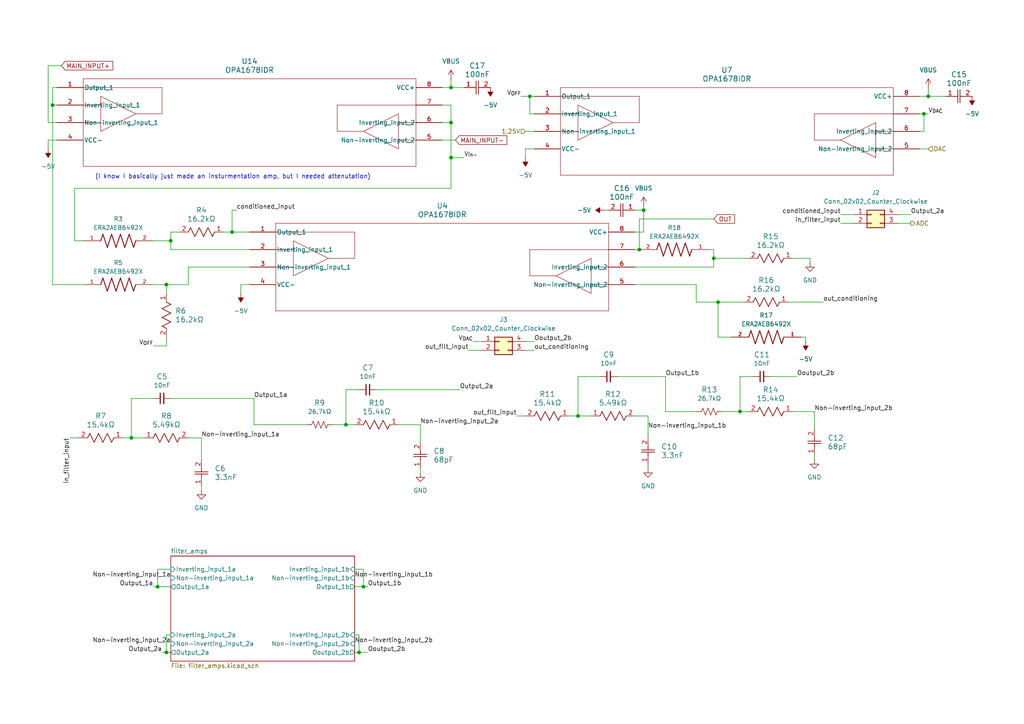
<source format=kicad_sch>
(kicad_sch (version 20231120) (generator "eeschema") (generator_version "8.0")
  (paper "A4")
  (lib_symbols
    (symbol "CMPE2750:0402WGF3832TCE" (pin_numbers hide) (pin_names (offset 0))
      (property "Reference" "R" (at 2.54 0 90))
      (property "Value" "38.3kΩ" (at -2.54 0 90))
      (symbol "0402WGF3832TCE_0_1"
        (polyline (pts (xy 0 -2.286) (xy 0 -2.54)))
        (polyline (pts (xy 0 2.286) (xy 0 2.54)))
        (polyline (pts (xy 0 -0.762) (xy 1.016 -1.143) (xy 0 -1.524) (xy -1.016 -1.905) (xy 0 -2.286)))
        (polyline (pts (xy 0 0.762) (xy 1.016 0.381) (xy 0 0) (xy -1.016 -0.381) (xy 0 -0.762)))
        (polyline (pts (xy 0 2.286) (xy 1.016 1.905) (xy 0 1.524) (xy -1.016 1.143) (xy 0 0.762)))
      )
      (symbol "0402WGF3832TCE_1_1"
        (pin passive line (at 0 3.81 270) (length 1.27) (name "~") (number "1"))
        (pin passive line (at 0 -3.81 90) (length 1.27) (name "~") (number "2"))
      )
    )
    (symbol "CMPE2750:1206N332F500CT" (pin_names (offset 0.254))
      (property "Reference" "C" (at 3.81 3.81 0))
      (property "Value" "3.3nF 1206N332F500CT" (at 3.81 -3.81 0))
      (symbol "1206N332F500CT_1_1"
        (polyline (pts (xy 2.54 0) (xy 3.4798 0)) (stroke (width 0.2032)))
        (polyline (pts (xy 3.4798 -1.905) (xy 3.4798 1.905)) (stroke (width 0.2032)))
        (polyline (pts (xy 4.1148 -1.905) (xy 4.1148 1.905)) (stroke (width 0.2032)))
        (polyline (pts (xy 4.1148 0) (xy 5.08 0)) (stroke (width 0.2032)))
        (pin passive line (at 0 0 0) (length 2.54) (name "") (number "1"))
        (pin passive line (at 7.62 0 180) (length 2.54) (name "") (number "2"))
      )
      (symbol "1206N332F500CT_1_2"
        (polyline (pts (xy -1.905 -4.1148) (xy 1.905 -4.1148)) (stroke (width 0.2032)))
        (polyline (pts (xy -1.905 -3.4798) (xy 1.905 -3.4798)) (stroke (width 0.2032)))
        (polyline (pts (xy 0 -4.1148) (xy 0 -5.08)) (stroke (width 0.2032)))
        (polyline (pts (xy 0 -2.54) (xy 0 -3.4798)) (stroke (width 0.2032)))
        (pin unspecified line (at 0 0 270) (length 2.54) (name "") (number "1"))
        (pin unspecified line (at 0 -7.62 90) (length 2.54) (name "") (number "2"))
      )
    )
    (symbol "CMPE2750:CC1206FRNPO9BN681" (pin_names (offset 0.254))
      (property "Reference" "C" (at 3.81 3.81 0))
      (property "Value" "680pF CC1206FRNPO9BN681" (at 3.81 -3.81 0))
      (symbol "CC1206FRNPO9BN681_1_1"
        (polyline (pts (xy 2.54 0) (xy 3.4798 0)) (stroke (width 0.2032)))
        (polyline (pts (xy 3.4798 -1.905) (xy 3.4798 1.905)) (stroke (width 0.2032)))
        (polyline (pts (xy 4.1148 -1.905) (xy 4.1148 1.905)) (stroke (width 0.2032)))
        (polyline (pts (xy 4.1148 0) (xy 5.08 0)) (stroke (width 0.2032)))
        (pin unspecified line (at 0 0 0) (length 2.54) (name "") (number "1"))
        (pin unspecified line (at 7.62 0 180) (length 2.54) (name "") (number "2"))
      )
      (symbol "CC1206FRNPO9BN681_1_2"
        (polyline (pts (xy -1.905 -4.1148) (xy 1.905 -4.1148)) (stroke (width 0.2032)))
        (polyline (pts (xy -1.905 -3.4798) (xy 1.905 -3.4798)) (stroke (width 0.2032)))
        (polyline (pts (xy 0 -4.1148) (xy 0 -5.08)) (stroke (width 0.2032)))
        (polyline (pts (xy 0 -2.54) (xy 0 -3.4798)) (stroke (width 0.2032)))
        (pin unspecified line (at 0 0 270) (length 2.54) (name "") (number "1"))
        (pin unspecified line (at 0 -7.62 90) (length 2.54) (name "") (number "2"))
      )
    )
    (symbol "CMPE2750:CL05B104KP5NNNC" (pin_names (offset 0.254))
      (property "Reference" "C" (at 3.81 3.81 0))
      (property "Value" "100nF" (at 3.81 -3.81 0))
      (symbol "CL05B104KP5NNNC_1_1"
        (polyline (pts (xy 2.54 0) (xy 3.4798 0)) (stroke (width 0.2032)))
        (polyline (pts (xy 3.4798 -1.905) (xy 3.4798 1.905)) (stroke (width 0.2032)))
        (polyline (pts (xy 4.1148 -1.905) (xy 4.1148 1.905)) (stroke (width 0.2032)))
        (polyline (pts (xy 4.1148 0) (xy 5.08 0)) (stroke (width 0.2032)))
        (pin passive line (at 0 0 0) (length 2.54) (name "") (number "1"))
        (pin passive line (at 7.62 0 180) (length 2.54) (name "") (number "2"))
      )
      (symbol "CL05B104KP5NNNC_1_2"
        (polyline (pts (xy -1.905 -4.1148) (xy 1.905 -4.1148)) (stroke (width 0.2032)))
        (polyline (pts (xy -1.905 -3.4798) (xy 1.905 -3.4798)) (stroke (width 0.2032)))
        (polyline (pts (xy 0 -4.1148) (xy 0 -5.08)) (stroke (width 0.2032)))
        (polyline (pts (xy 0 -2.54) (xy 0 -3.4798)) (stroke (width 0.2032)))
        (pin unspecified line (at 0 0 270) (length 2.54) (name "") (number "1"))
        (pin unspecified line (at 0 -7.62 90) (length 2.54) (name "") (number "2"))
      )
    )
    (symbol "CMPE2750:ERA2AEB6492X" (pin_names (offset 1.016))
      (property "Reference" "R" (at -7.624 2.541 0))
      (property "Value" "ERA2AEB6492X" (at -7.624 -5.087 0))
      (symbol "ERA2AEB6492X_0_0"
        (polyline (pts (xy -5.08 0) (xy -4.445 1.905)) (stroke (width 0.254)))
        (polyline (pts (xy -4.445 1.905) (xy -3.175 -1.905)) (stroke (width 0.254)))
        (polyline (pts (xy -3.175 -1.905) (xy -1.905 1.905)) (stroke (width 0.254)))
        (polyline (pts (xy -1.905 1.905) (xy -0.635 -1.905)) (stroke (width 0.254)))
        (polyline (pts (xy -0.635 -1.905) (xy 0.635 1.905)) (stroke (width 0.254)))
        (polyline (pts (xy 0.635 1.905) (xy 1.905 -1.905)) (stroke (width 0.254)))
        (polyline (pts (xy 1.905 -1.905) (xy 3.175 1.905)) (stroke (width 0.254)))
        (polyline (pts (xy 3.175 1.905) (xy 4.445 -1.905)) (stroke (width 0.254)))
        (polyline (pts (xy 4.445 -1.905) (xy 5.08 0)) (stroke (width 0.254)))
        (pin passive line (at -10.16 0 0) (length 5.08) (name "~") (number "1"))
        (pin passive line (at 10.16 0 180) (length 5.08) (name "~") (number "2"))
      )
    )
    (symbol "CMPE2750:GRM2195C1H103FA01D" (pin_numbers hide) (pin_names (offset 0.254) hide)
      (property "Reference" "C" (at 0.254 1.778 0))
      (property "Value" "10nF" (at 0.254 -2.032 0))
      (symbol "GRM2195C1H103FA01D_0_1"
        (polyline (pts (xy -1.524 -0.508) (xy 1.524 -0.508)) (stroke (width 0.3302)))
        (polyline (pts (xy -1.524 0.508) (xy 1.524 0.508)) (stroke (width 0.3048)))
      )
      (symbol "GRM2195C1H103FA01D_1_1"
        (pin passive line (at 0 2.54 270) (length 2.032) (name "~") (number "1"))
        (pin passive line (at 0 -2.54 90) (length 2.032) (name "~") (number "2"))
      )
    )
    (symbol "CMPE2750:OPA1678IDR" (pin_names (offset 0.254))
      (property "Reference" "U" (at 55.88 10.16 0))
      (property "Value" "LM833DT" (at 55.88 7.62 0))
      (symbol "OPA1678IDR_0_1"
        (polyline (pts (xy 7.62 -20.32) (xy 104.14 -20.32)) (stroke (width 0.127)))
        (polyline (pts (xy 7.62 -2.54) (xy 12.7 -2.54)) (stroke (width 0.127)))
        (polyline (pts (xy 7.62 2.54) (xy 30.48 2.54)) (stroke (width 0.127)))
        (polyline (pts (xy 7.62 5.08) (xy 7.62 -20.32)) (stroke (width 0.127)))
        (polyline (pts (xy 12.7 -10.16) (xy 22.86 -5.08)) (stroke (width 0.127)))
        (polyline (pts (xy 12.7 -7.62) (xy 7.62 -7.62)) (stroke (width 0.127)))
        (polyline (pts (xy 12.7 0) (xy 12.7 -10.16)) (stroke (width 0.127)))
        (polyline (pts (xy 22.86 -5.08) (xy 12.7 0)) (stroke (width 0.127)))
        (polyline (pts (xy 22.86 -5.08) (xy 25.4 -5.08)) (stroke (width 0.127)))
        (polyline (pts (xy 30.48 -5.08) (xy 25.4 -5.08)) (stroke (width 0.127)))
        (polyline (pts (xy 30.48 2.54) (xy 30.48 -5.08)) (stroke (width 0.127)))
        (polyline (pts (xy 81.28 -10.16) (xy 86.36 -10.16)) (stroke (width 0.127)))
        (polyline (pts (xy 81.28 -2.54) (xy 81.28 -10.16)) (stroke (width 0.127)))
        (polyline (pts (xy 88.9 -10.16) (xy 86.36 -10.16)) (stroke (width 0.127)))
        (polyline (pts (xy 88.9 -10.16) (xy 99.06 -5.08)) (stroke (width 0.127)))
        (polyline (pts (xy 99.06 -15.24) (xy 88.9 -10.16)) (stroke (width 0.127)))
        (polyline (pts (xy 99.06 -7.62) (xy 104.14 -7.62)) (stroke (width 0.127)))
        (polyline (pts (xy 99.06 -5.08) (xy 99.06 -15.24)) (stroke (width 0.127)))
        (polyline (pts (xy 104.14 -20.32) (xy 104.14 5.08)) (stroke (width 0.127)))
        (polyline (pts (xy 104.14 -12.7) (xy 99.06 -12.7)) (stroke (width 0.127)))
        (polyline (pts (xy 104.14 -2.54) (xy 81.28 -2.54)) (stroke (width 0.127)))
        (polyline (pts (xy 104.14 5.08) (xy 7.62 5.08)) (stroke (width 0.127)))
        (pin output line (at 0 2.54 0) (length 7.62) (name "Output_1") (number "1"))
        (pin input line (at 0 -2.54 0) (length 7.62) (name "Inverting_input_1") (number "2"))
        (pin input line (at 0 -7.62 0) (length 7.62) (name "Non-inverting_input_1") (number "3"))
        (pin power_in line (at 0 -12.7 0) (length 7.62) (name "VCC-") (number "4"))
        (pin input line (at 111.76 -12.7 180) (length 7.62) (name "Non-inverting_input_2") (number "5"))
        (pin input line (at 111.76 -7.62 180) (length 7.62) (name "Inverting_input_2") (number "6"))
        (pin output line (at 111.76 -2.54 180) (length 7.62) (name "") (number "7"))
        (pin power_in line (at 111.76 2.54 180) (length 7.62) (name "VCC+") (number "8"))
      )
    )
    (symbol "CMPE2750:RT0402BRD0716K2L" (pin_names (offset 0.254))
      (property "Reference" "R" (at 5.715 3.81 0))
      (property "Value" "RT0402BRD0716K2L" (at 6.35 -3.81 0))
      (symbol "RT0402BRD0716K2L_1_1"
        (polyline (pts (xy 2.54 0) (xy 3.175 1.27)) (stroke (width 0.2032)))
        (polyline (pts (xy 3.175 1.27) (xy 4.445 -1.27)) (stroke (width 0.2032)))
        (polyline (pts (xy 4.445 -1.27) (xy 5.715 1.27)) (stroke (width 0.2032)))
        (polyline (pts (xy 5.715 1.27) (xy 6.985 -1.27)) (stroke (width 0.2032)))
        (polyline (pts (xy 6.985 -1.27) (xy 8.255 1.27)) (stroke (width 0.2032)))
        (polyline (pts (xy 8.255 1.27) (xy 9.525 -1.27)) (stroke (width 0.2032)))
        (polyline (pts (xy 9.525 -1.27) (xy 10.16 0)) (stroke (width 0.2032)))
        (pin passive line (at 12.7 0 180) (length 2.54) (name "") (number "1"))
        (pin passive line (at 0 0 0) (length 2.54) (name "") (number "2"))
      )
      (symbol "RT0402BRD0716K2L_1_2"
        (polyline (pts (xy -1.27 3.175) (xy 1.27 4.445)) (stroke (width 0.2032)))
        (polyline (pts (xy -1.27 5.715) (xy 1.27 6.985)) (stroke (width 0.2032)))
        (polyline (pts (xy -1.27 8.255) (xy 1.27 9.525)) (stroke (width 0.2032)))
        (polyline (pts (xy 0 2.54) (xy -1.27 3.175)) (stroke (width 0.2032)))
        (polyline (pts (xy 1.27 4.445) (xy -1.27 5.715)) (stroke (width 0.2032)))
        (polyline (pts (xy 1.27 6.985) (xy -1.27 8.255)) (stroke (width 0.2032)))
        (polyline (pts (xy 1.27 9.525) (xy 0 10.16)) (stroke (width 0.2032)))
        (pin unspecified line (at 0 12.7 270) (length 2.54) (name "") (number "1"))
        (pin unspecified line (at 0 0 90) (length 2.54) (name "") (number "2"))
      )
    )
    (symbol "CMPE2750:RT0402BRD077K87L" (pin_names (offset 0.254))
      (property "Reference" "R" (at 5.715 3.81 0))
      (property "Value" "RT0402BRD077K87L" (at 6.35 -3.81 0))
      (symbol "RT0402BRD077K87L_1_1"
        (polyline (pts (xy 2.54 0) (xy 3.175 1.27)) (stroke (width 0.2032)))
        (polyline (pts (xy 3.175 1.27) (xy 4.445 -1.27)) (stroke (width 0.2032)))
        (polyline (pts (xy 4.445 -1.27) (xy 5.715 1.27)) (stroke (width 0.2032)))
        (polyline (pts (xy 5.715 1.27) (xy 6.985 -1.27)) (stroke (width 0.2032)))
        (polyline (pts (xy 6.985 -1.27) (xy 8.255 1.27)) (stroke (width 0.2032)))
        (polyline (pts (xy 8.255 1.27) (xy 9.525 -1.27)) (stroke (width 0.2032)))
        (polyline (pts (xy 9.525 -1.27) (xy 10.16 0)) (stroke (width 0.2032)))
        (pin unspecified line (at 12.7 0 180) (length 2.54) (name "") (number "1"))
        (pin unspecified line (at 0 0 0) (length 2.54) (name "") (number "2"))
      )
      (symbol "RT0402BRD077K87L_1_2"
        (polyline (pts (xy -1.27 3.175) (xy 1.27 4.445)) (stroke (width 0.2032)))
        (polyline (pts (xy -1.27 5.715) (xy 1.27 6.985)) (stroke (width 0.2032)))
        (polyline (pts (xy -1.27 8.255) (xy 1.27 9.525)) (stroke (width 0.2032)))
        (polyline (pts (xy 0 2.54) (xy -1.27 3.175)) (stroke (width 0.2032)))
        (polyline (pts (xy 1.27 4.445) (xy -1.27 5.715)) (stroke (width 0.2032)))
        (polyline (pts (xy 1.27 6.985) (xy -1.27 8.255)) (stroke (width 0.2032)))
        (polyline (pts (xy 1.27 9.525) (xy 0 10.16)) (stroke (width 0.2032)))
        (pin unspecified line (at 0 12.7 270) (length 2.54) (name "") (number "1"))
        (pin unspecified line (at 0 0 90) (length 2.54) (name "") (number "2"))
      )
    )
    (symbol "CMPE2750:RT0603BRD0722K1L" (pin_names (offset 0.254))
      (property "Reference" "R" (at 5.715 3.81 0))
      (property "Value" "RT0603BRD0722K1L" (at 6.35 -3.81 0))
      (symbol "RT0603BRD0722K1L_1_1"
        (polyline (pts (xy 2.54 0) (xy 3.175 1.27)) (stroke (width 0.2032)))
        (polyline (pts (xy 3.175 1.27) (xy 4.445 -1.27)) (stroke (width 0.2032)))
        (polyline (pts (xy 4.445 -1.27) (xy 5.715 1.27)) (stroke (width 0.2032)))
        (polyline (pts (xy 5.715 1.27) (xy 6.985 -1.27)) (stroke (width 0.2032)))
        (polyline (pts (xy 6.985 -1.27) (xy 8.255 1.27)) (stroke (width 0.2032)))
        (polyline (pts (xy 8.255 1.27) (xy 9.525 -1.27)) (stroke (width 0.2032)))
        (polyline (pts (xy 9.525 -1.27) (xy 10.16 0)) (stroke (width 0.2032)))
        (pin passive line (at 12.7 0 180) (length 2.54) (name "") (number "1"))
        (pin passive line (at 0 0 0) (length 2.54) (name "") (number "2"))
      )
      (symbol "RT0603BRD0722K1L_1_2"
        (polyline (pts (xy -1.27 3.175) (xy 1.27 4.445)) (stroke (width 0.2032)))
        (polyline (pts (xy -1.27 5.715) (xy 1.27 6.985)) (stroke (width 0.2032)))
        (polyline (pts (xy -1.27 8.255) (xy 1.27 9.525)) (stroke (width 0.2032)))
        (polyline (pts (xy 0 2.54) (xy -1.27 3.175)) (stroke (width 0.2032)))
        (polyline (pts (xy 1.27 4.445) (xy -1.27 5.715)) (stroke (width 0.2032)))
        (polyline (pts (xy 1.27 6.985) (xy -1.27 8.255)) (stroke (width 0.2032)))
        (polyline (pts (xy 1.27 9.525) (xy 0 10.16)) (stroke (width 0.2032)))
        (pin unspecified line (at 0 12.7 270) (length 2.54) (name "") (number "1"))
        (pin unspecified line (at 0 0 90) (length 2.54) (name "") (number "2"))
      )
    )
    (symbol "Connector_Generic:Conn_02x02_Counter_Clockwise" (pin_names (offset 1.016) hide)
      (property "Reference" "J" (at 1.27 2.54 0))
      (property "Value" "Conn_02x02_Counter_Clockwise" (at 1.27 -5.08 0))
      (symbol "Conn_02x02_Counter_Clockwise_1_1"
        (rectangle (start -1.27 -2.413) (end 0 -2.667) (stroke (width 0.1524)))
        (rectangle (start -1.27 0.127) (end 0 -0.127) (stroke (width 0.1524)))
        (rectangle (start -1.27 1.27) (end 3.81 -3.81) (stroke (width 0.254)) (fill (type background)))
        (rectangle (start 3.81 -2.413) (end 2.54 -2.667) (stroke (width 0.1524)))
        (rectangle (start 3.81 0.127) (end 2.54 -0.127) (stroke (width 0.1524)))
        (pin passive line (at -5.08 0 0) (length 3.81) (name "Pin_1") (number "1"))
        (pin passive line (at -5.08 -2.54 0) (length 3.81) (name "Pin_2") (number "2"))
        (pin passive line (at 7.62 -2.54 180) (length 3.81) (name "Pin_3") (number "3"))
        (pin passive line (at 7.62 0 180) (length 3.81) (name "Pin_4") (number "4"))
      )
    )
    (symbol "power:-5V" (power) (pin_numbers hide) (pin_names (offset 0) hide)
      (property "Value" "-5V" (at 0 3.556 0))
      (symbol "-5V_0_0"
        (pin power_in line (at 0 0 90) (length 0) (name "~") (number "1"))
      )
      (symbol "-5V_0_1"
        (polyline (pts (xy 0 0) (xy 0 1.27) (xy 0.762 1.27) (xy 0 2.54) (xy -0.762 1.27) (xy 0 1.27)) (fill (type outline)))
      )
    )
    (symbol "power:GND" (power) (pin_numbers hide) (pin_names (offset 0) hide)
      (property "Value" "GND" (at 0 -3.81 0))
      (symbol "GND_0_1"
        (polyline (pts (xy 0 0) (xy 0 -1.27) (xy 1.27 -1.27) (xy 0 -2.54) (xy -1.27 -1.27) (xy 0 -1.27)))
      )
      (symbol "GND_1_1"
        (pin power_in line (at 0 0 270) (length 0) (name "~") (number "1"))
      )
    )
    (symbol "power:VBUS" (power) (pin_numbers hide) (pin_names (offset 0) hide)
      (property "Value" "VBUS" (at 0 3.556 0))
      (symbol "VBUS_0_1"
        (polyline (pts (xy -0.762 1.27) (xy 0 2.54)))
        (polyline (pts (xy 0 0) (xy 0 2.54)))
        (polyline (pts (xy 0 2.54) (xy 0.762 1.27)))
      )
      (symbol "VBUS_1_1"
        (pin power_in line (at 0 0 90) (length 0) (name "~") (number "1"))
      )
    )
  )
  (junction (at 45.72 170.18))
  (junction (at 48.26 189.23))
  (junction (at 130.81 45.72))
  (junction (at 208.28 87.63))
  (junction (at 100.33 123.19))
  (junction (at 153.67 27.94))
  (junction (at 49.53 69.85))
  (junction (at 130.81 25.4))
  (junction (at 185.42 72.39))
  (junction (at 186.69 60.96))
  (junction (at 104.14 189.23))
  (junction (at 48.26 82.55))
  (junction (at 214.63 119.38))
  (junction (at 67.31 67.31))
  (junction (at 130.81 35.56))
  (junction (at 15.24 30.48))
  (junction (at 207.01 74.93))
  (junction (at 105.41 170.18))
  (junction (at 269.24 27.94))
  (junction (at 38.1 127))
  (junction (at 267.97 33.02))
  (junction (at 167.64 120.65))
  (wire (pts (xy 152.4 38.1) (xy 154.94 38.1)))
  (wire (pts (xy 73.66 123.19) (xy 73.66 115.57)))
  (wire (pts (xy 128.27 40.64) (xy 132.08 40.64)))
  (wire (pts (xy 96.52 123.19) (xy 100.33 123.19)))
  (wire (pts (xy 38.1 115.57) (xy 44.45 115.57)))
  (wire (pts (xy 102.87 165.1) (xy 105.41 165.1)))
  (wire (pts (xy 69.85 82.55) (xy 69.85 85.09)))
  (wire (pts (xy 38.1 127) (xy 41.91 127)))
  (wire (pts (xy 72.39 77.47) (xy 54.61 77.47)))
  (wire (pts (xy 15.24 82.55) (xy 24.13 82.55)))
  (wire (pts (xy 260.35 64.77) (xy 264.16 64.77)))
  (wire (pts (xy 243.84 62.23) (xy 247.65 62.23)))
  (wire (pts (xy 236.22 119.38) (xy 236.22 124.46)))
  (wire (pts (xy 266.7 43.18) (xy 269.24 43.18)))
  (wire (pts (xy 13.97 35.56) (xy 16.51 35.56)))
  (wire (pts (xy 45.72 170.18) (xy 49.53 170.18)))
  (wire (pts (xy 186.69 60.96) (xy 186.69 67.31)))
  (wire (pts (xy 165.1 120.65) (xy 167.64 120.65)))
  (wire (pts (xy 13.97 40.64) (xy 13.97 43.18)))
  (wire (pts (xy 130.81 25.4) (xy 134.62 25.4)))
  (wire (pts (xy 45.72 165.1) (xy 45.72 170.18)))
  (wire (pts (xy 48.26 100.33) (xy 48.26 97.79)))
  (wire (pts (xy 58.42 127) (xy 58.42 133.35)))
  (wire (pts (xy 21.59 69.85) (xy 24.13 69.85)))
  (wire (pts (xy 208.28 87.63) (xy 208.28 97.79)))
  (wire (pts (xy 100.33 113.03) (xy 100.33 123.19)))
  (wire (pts (xy 68.58 60.96) (xy 67.31 60.96)))
  (wire (pts (xy 15.24 30.48) (xy 15.24 82.55)))
  (wire (pts (xy 207.01 72.39) (xy 207.01 74.93)))
  (wire (pts (xy 207.01 63.5) (xy 185.42 63.5)))
  (wire (pts (xy 154.94 33.02) (xy 153.67 33.02)))
  (wire (pts (xy 115.57 123.19) (xy 121.92 123.19)))
  (wire (pts (xy 185.42 63.5) (xy 185.42 72.39)))
  (wire (pts (xy 49.53 67.31) (xy 49.53 69.85)))
  (wire (pts (xy 152.4 101.6) (xy 154.94 101.6)))
  (wire (pts (xy 16.51 40.64) (xy 13.97 40.64)))
  (wire (pts (xy 233.68 99.06) (xy 233.68 97.79)))
  (wire (pts (xy 130.81 35.56) (xy 130.81 45.72)))
  (wire (pts (xy 13.97 19.05) (xy 13.97 35.56)))
  (wire (pts (xy 49.53 69.85) (xy 49.53 72.39)))
  (wire (pts (xy 48.26 85.09) (xy 48.26 82.55)))
  (wire (pts (xy 207.01 74.93) (xy 207.01 77.47)))
  (wire (pts (xy 15.24 30.48) (xy 16.51 30.48)))
  (wire (pts (xy 208.28 87.63) (xy 215.9 87.63)))
  (wire (pts (xy 201.93 82.55) (xy 201.93 87.63)))
  (wire (pts (xy 44.45 100.33) (xy 48.26 100.33)))
  (wire (pts (xy 105.41 170.18) (xy 102.87 170.18)))
  (wire (pts (xy 233.68 97.79) (xy 232.41 97.79)))
  (wire (pts (xy 105.41 165.1) (xy 105.41 170.18)))
  (wire (pts (xy 102.87 184.15) (xy 104.14 184.15)))
  (wire (pts (xy 152.4 99.06) (xy 154.94 99.06)))
  (wire (pts (xy 100.33 113.03) (xy 104.14 113.03)))
  (wire (pts (xy 269.24 27.94) (xy 274.32 27.94)))
  (wire (pts (xy 100.33 123.19) (xy 102.87 123.19)))
  (wire (pts (xy 167.64 109.22) (xy 167.64 120.65)))
  (wire (pts (xy 73.66 123.19) (xy 88.9 123.19)))
  (wire (pts (xy 121.92 137.16) (xy 121.92 135.89)))
  (wire (pts (xy 153.67 27.94) (xy 154.94 27.94)))
  (wire (pts (xy 67.31 60.96) (xy 67.31 67.31)))
  (wire (pts (xy 54.61 82.55) (xy 48.26 82.55)))
  (wire (pts (xy 17.78 19.05) (xy 13.97 19.05)))
  (wire (pts (xy 15.24 25.4) (xy 15.24 30.48)))
  (wire (pts (xy 167.64 109.22) (xy 173.99 109.22)))
  (wire (pts (xy 130.81 22.86) (xy 130.81 25.4)))
  (wire (pts (xy 193.04 119.38) (xy 201.93 119.38)))
  (wire (pts (xy 48.26 184.15) (xy 48.26 189.23)))
  (wire (pts (xy 21.59 54.61) (xy 21.59 69.85)))
  (wire (pts (xy 214.63 109.22) (xy 214.63 119.38)))
  (wire (pts (xy 212.09 97.79) (xy 208.28 97.79)))
  (wire (pts (xy 184.15 82.55) (xy 201.93 82.55)))
  (wire (pts (xy 187.96 135.89) (xy 187.96 134.62)))
  (wire (pts (xy 267.97 38.1) (xy 267.97 33.02)))
  (wire (pts (xy 186.69 59.69) (xy 186.69 60.96)))
  (wire (pts (xy 49.53 115.57) (xy 73.66 115.57)))
  (wire (pts (xy 121.92 128.27) (xy 121.92 123.19)))
  (wire (pts (xy 179.07 109.22) (xy 193.04 109.22)))
  (wire (pts (xy 151.13 27.94) (xy 153.67 27.94)))
  (wire (pts (xy 243.84 64.77) (xy 247.65 64.77)))
  (wire (pts (xy 106.68 189.23) (xy 104.14 189.23)))
  (wire (pts (xy 58.42 142.24) (xy 58.42 140.97)))
  (wire (pts (xy 229.87 74.93) (xy 234.95 74.93)))
  (wire (pts (xy 106.68 170.18) (xy 105.41 170.18)))
  (wire (pts (xy 187.96 120.65) (xy 187.96 127)))
  (wire (pts (xy 58.42 127) (xy 54.61 127)))
  (wire (pts (xy 228.6 87.63) (xy 238.76 87.63)))
  (wire (pts (xy 44.45 170.18) (xy 45.72 170.18)))
  (wire (pts (xy 234.95 74.93) (xy 234.95 76.2)))
  (wire (pts (xy 184.15 60.96) (xy 186.69 60.96)))
  (wire (pts (xy 260.35 62.23) (xy 264.16 62.23)))
  (wire (pts (xy 72.39 82.55) (xy 69.85 82.55)))
  (wire (pts (xy 214.63 109.22) (xy 218.44 109.22)))
  (wire (pts (xy 207.01 74.93) (xy 217.17 74.93)))
  (wire (pts (xy 267.97 33.02) (xy 269.24 33.02)))
  (wire (pts (xy 269.24 25.4) (xy 269.24 27.94)))
  (wire (pts (xy 193.04 119.38) (xy 193.04 109.22)))
  (wire (pts (xy 104.14 184.15) (xy 104.14 189.23)))
  (wire (pts (xy 109.22 113.03) (xy 133.35 113.03)))
  (wire (pts (xy 207.01 77.47) (xy 184.15 77.47)))
  (wire (pts (xy 128.27 30.48) (xy 130.81 30.48)))
  (wire (pts (xy 236.22 133.35) (xy 236.22 132.08)))
  (wire (pts (xy 67.31 67.31) (xy 72.39 67.31)))
  (wire (pts (xy 130.81 45.72) (xy 130.81 54.61)))
  (wire (pts (xy 236.22 119.38) (xy 229.87 119.38)))
  (wire (pts (xy 167.64 120.65) (xy 171.45 120.65)))
  (wire (pts (xy 49.53 184.15) (xy 48.26 184.15)))
  (wire (pts (xy 52.07 67.31) (xy 49.53 67.31)))
  (wire (pts (xy 135.89 101.6) (xy 139.7 101.6)))
  (wire (pts (xy 49.53 165.1) (xy 45.72 165.1)))
  (wire (pts (xy 184.15 72.39) (xy 185.42 72.39)))
  (wire (pts (xy 130.81 45.72) (xy 134.62 45.72)))
  (wire (pts (xy 205.74 72.39) (xy 207.01 72.39)))
  (wire (pts (xy 38.1 115.57) (xy 38.1 127)))
  (wire (pts (xy 214.63 119.38) (xy 217.17 119.38)))
  (wire (pts (xy 269.24 27.94) (xy 266.7 27.94)))
  (wire (pts (xy 48.26 189.23) (xy 49.53 189.23)))
  (wire (pts (xy 201.93 87.63) (xy 208.28 87.63)))
  (wire (pts (xy 266.7 33.02) (xy 267.97 33.02)))
  (wire (pts (xy 16.51 25.4) (xy 15.24 25.4)))
  (wire (pts (xy 35.56 127) (xy 38.1 127)))
  (wire (pts (xy 154.94 43.18) (xy 152.4 43.18)))
  (wire (pts (xy 48.26 82.55) (xy 44.45 82.55)))
  (wire (pts (xy 128.27 35.56) (xy 130.81 35.56)))
  (wire (pts (xy 266.7 38.1) (xy 267.97 38.1)))
  (wire (pts (xy 223.52 109.22) (xy 231.14 109.22)))
  (wire (pts (xy 153.67 33.02) (xy 153.67 27.94)))
  (wire (pts (xy 54.61 77.47) (xy 54.61 82.55)))
  (wire (pts (xy 64.77 67.31) (xy 67.31 67.31)))
  (wire (pts (xy 176.53 60.96) (xy 175.26 60.96)))
  (wire (pts (xy 130.81 30.48) (xy 130.81 35.56)))
  (wire (pts (xy 137.16 99.06) (xy 139.7 99.06)))
  (wire (pts (xy 104.14 189.23) (xy 102.87 189.23)))
  (wire (pts (xy 152.4 43.18) (xy 152.4 45.72)))
  (wire (pts (xy 209.55 119.38) (xy 214.63 119.38)))
  (wire (pts (xy 46.99 189.23) (xy 48.26 189.23)))
  (wire (pts (xy 187.96 120.65) (xy 184.15 120.65)))
  (wire (pts (xy 49.53 72.39) (xy 72.39 72.39)))
  (wire (pts (xy 44.45 69.85) (xy 49.53 69.85)))
  (wire (pts (xy 128.27 25.4) (xy 130.81 25.4)))
  (wire (pts (xy 149.86 120.65) (xy 152.4 120.65)))
  (wire (pts (xy 130.81 54.61) (xy 21.59 54.61)))
  (wire (pts (xy 186.69 67.31) (xy 184.15 67.31)))
  (wire (pts (xy 20.32 127) (xy 22.86 127)))
  (text "(I know I basically just made an insturmentation amp, but I needed attenutation)" (at 67.564 51.308 0) (effects (font (size 1.27 1.27))))
  (label "Non-inverting_input_2b" (at 102.87 186.69 0))
  (label "Output_1b" (at 106.68 170.18 0))
  (label "Non-inverting_input_2a" (at 49.53 186.69 180))
  (label "Non-inverting_input_2a" (at 121.92 123.19 0))
  (label "conditioned_input" (at 68.58 60.96 0))
  (label "Output_2a" (at 264.16 62.23 0))
  (label "Output_1b" (at 193.04 109.22 0))
  (label "V_{DAC}" (at 269.24 33.02 0))
  (label "Ooutput_2b" (at 106.68 189.23 0))
  (label "V_{in-}" (at 134.62 45.72 0))
  (label "Non-inverting_input_1a" (at 58.42 127 0))
  (label "Output_1a" (at 73.66 115.57 0))
  (label "V_{OFF}" (at 151.13 27.94 180))
  (label "V_{OFF}" (at 44.45 100.33 180))
  (label "out_filt_input" (at 135.89 101.6 180))
  (label "out_conditioning" (at 238.76 87.63 0))
  (label "out_conditioning" (at 154.94 101.6 0))
  (label "out_filt_input" (at 149.86 120.65 180))
  (label "Non-inverting_input_1b" (at 187.96 124.46 0))
  (label "Non-inverting_input_1b" (at 102.87 167.64 0))
  (label "Non-inverting_input_2b" (at 236.22 119.38 0))
  (label "in_filter_input" (at 20.32 127 270))
  (label "Ooutput_2b" (at 154.94 99.06 0))
  (label "conditioned_input" (at 243.84 62.23 180))
  (label "Output_2a" (at 133.35 113.03 0))
  (label "V_{DAC}" (at 137.16 99.06 180))
  (label "Output_1a" (at 44.45 170.18 180))
  (label "Non-inverting_input_1a" (at 49.53 167.64 180))
  (label "Output_2a" (at 46.99 189.23 180))
  (label "Ooutput_2b" (at 231.14 109.22 0))
  (label "in_filter_input" (at 243.84 64.77 180))
  (global_label "OUT" (shape input) (at 207.01 63.5 0) (property "Intersheetrefs" "${INTERSHEET_REFS}" (effects (hide yes))))
  (global_label "MAIN_INPUT-" (shape input) (at 132.08 40.64 0) (property "Intersheetrefs" "${INTERSHEET_REFS}" (effects (hide yes))))
  (global_label "MAIN_INPUT+" (shape input) (at 17.78 19.05 0) (property "Intersheetrefs" "${INTERSHEET_REFS}" (effects (hide yes))))
  (hierarchical_label "ADC" (shape output) (at 264.16 64.77 0))
  (hierarchical_label "1.25V" (shape input) (at 152.4 38.1 180))
  (hierarchical_label "DAC" (shape input) (at 269.24 43.18 0))
  (symbol (lib_id "CMPE2750:GRM2195C1H103FA01D") (at 220.98 109.22 90) (unit 1)
    (property "Reference" "C11" (at 220.9863 102.87 90) (effects (font (size 1.524 1.524))))
    (property "Value" "10nF" (at 220.9863 105.41 90))
    (property "Footprint" "Capacitor_SMD:C_0805_2012Metric" (effects (hide yes)))
    (property "Datasheet" "GRM2195C1H103FA01D" (effects (hide yes)))
    (property "Description" "Unpolarized capacitor, small symbol" (effects (hide yes)))
  )
  (symbol (lib_id "power:GND") (at 121.92 137.16 0) (unit 1)
    (property "Reference" "#PWR015" (effects (hide yes)))
    (property "Value" "GND" (at 121.92 142.24 0))
    (property "Description" "Power symbol creates a global label with name \"GND\" , ground" (effects (hide yes)))
  )
  (symbol (lib_id "CMPE2750:ERA2AEB6492X") (at 34.29 69.85 0) (unit 1)
    (property "Reference" "R3" (at 34.29 63.5 0))
    (property "Value" "ERA2AEB6492X" (at 34.29 66.04 0))
    (property "Footprint" "Resistor_SMD:R_0402_1005Metric" (effects (hide yes)))
    (property "Datasheet" "ERA2AEB6492X" (effects (hide yes)))
    (property "PARTREV" "3/1/2020" (effects (hide yes)))
    (property "STANDARD" "Manufacturer Recommendations" (effects (hide yes)))
    (property "MAXIMUM_PACKAGE_HEIGHT" "0.35 mm" (effects (hide yes)))
    (property "MANUFACTURER" "Panasonic" (effects (hide yes)))
  )
  (symbol (lib_id "power:-5V") (at 175.26 60.96 90) (mirror x) (unit 1)
    (property "Reference" "#PWR0122" (effects (hide yes)))
    (property "Value" "-5V" (at 171.45 60.9599 90) (effects (justify left)))
    (property "Description" "Power symbol creates a global label with name \"-5V\"" (effects (hide yes)))
  )
  (symbol (lib_id "CMPE2750:RT0402BRD0716K2L") (at 217.17 74.93 0) (unit 1)
    (property "Reference" "R15" (at 223.52 68.58 0) (effects (font (size 1.524 1.524))))
    (property "Value" "16.2kΩ" (at 223.52 71.12 0) (effects (font (size 1.524 1.524))))
    (property "Footprint" "Resistor_SMD:R_0402_1005Metric" (effects (hide yes)))
    (property "Datasheet" "RT0402BRD0716K2L" (effects (hide yes)))
  )
  (symbol (lib_id "CMPE2750:RT0402BRD077K87L") (at 184.15 120.65 180) (unit 1)
    (property "Reference" "R12" (at 177.8 114.3 0) (effects (font (size 1.524 1.524))))
    (property "Value" "5.49kΩ" (at 177.8 116.84 0) (effects (font (size 1.524 1.524))))
    (property "Footprint" "Resistor_SMD:R_0402_1005Metric" (effects (hide yes)))
    (property "Datasheet" "ERA2AEB5491X" (effects (hide yes)))
  )
  (symbol (lib_id "CMPE2750:GRM2195C1H103FA01D") (at 46.99 115.57 90) (unit 1)
    (property "Reference" "C5" (at 46.9963 109.22 90) (effects (font (size 1.524 1.524))))
    (property "Value" "10nF" (at 46.9963 111.76 90))
    (property "Footprint" "Capacitor_SMD:C_0805_2012Metric" (effects (hide yes)))
    (property "Datasheet" "GRM2195C1H103FA01D" (effects (hide yes)))
    (property "Description" "Unpolarized capacitor, small symbol" (effects (hide yes)))
  )
  (symbol (lib_id "power:GND") (at 234.95 76.2 0) (mirror y) (unit 1)
    (property "Reference" "#PWR022" (effects (hide yes)))
    (property "Value" "GND" (at 234.95 81.28 0))
    (property "Description" "Power symbol creates a global label with name \"GND\" , ground" (effects (hide yes)))
  )
  (symbol (lib_id "CMPE2750:CL05B104KP5NNNC") (at 184.15 60.96 0) (mirror y) (unit 1)
    (property "Reference" "C16" (at 180.34 54.61 0) (effects (font (size 1.524 1.524))))
    (property "Value" "100nF" (at 180.34 57.15 0) (effects (font (size 1.524 1.524))))
    (property "Footprint" "Capacitor_SMD:C_0402_1005Metric" (effects (hide yes)))
    (property "Datasheet" "CL05B104KP5NNNC" (effects (hide yes)))
  )
  (symbol (lib_id "CMPE2750:RT0603BRD0722K1L") (at 217.17 119.38 0) (unit 1)
    (property "Reference" "R14" (at 223.52 113.03 0) (effects (font (size 1.524 1.524))))
    (property "Value" "15.4kΩ" (at 223.52 115.57 0) (effects (font (size 1.524 1.524))))
    (property "Footprint" "Resistor_SMD:R_0603_1608Metric" (effects (hide yes)))
    (property "Datasheet" "RT0603BRD0715K4L" (effects (hide yes)))
  )
  (symbol (lib_id "CMPE2750:0402WGF3832TCE") (at 205.74 119.38 90) (unit 1)
    (property "Reference" "R13" (at 205.74 113.03 90) (effects (font (size 1.524 1.524))))
    (property "Value" "26.7kΩ" (at 205.74 115.57 90))
    (property "Footprint" "Resistor_SMD:R_0603_1608Metric" (effects (hide yes)))
    (property "Datasheet" "RT0603BRD0726K7L" (effects (hide yes)))
    (property "Description" "Resistor, US symbol" (effects (hide yes)))
  )
  (symbol (lib_id "CMPE2750:RT0402BRD0716K2L") (at 48.26 97.79 90) (unit 1)
    (property "Reference" "R6" (at 50.8 90.1699 90) (effects (font (size 1.524 1.524)) (justify right)))
    (property "Value" "16.2kΩ" (at 50.8 92.7099 90) (effects (font (size 1.524 1.524)) (justify right)))
    (property "Footprint" "Resistor_SMD:R_0402_1005Metric" (effects (hide yes)))
    (property "Datasheet" "RT0402BRD0716K2L" (effects (hide yes)))
  )
  (symbol (lib_id "power:-5V") (at 152.4 45.72 180) (unit 1)
    (property "Reference" "#PWR021" (effects (hide yes)))
    (property "Value" "-5V" (at 152.4 50.8 0))
    (property "Description" "Power symbol creates a global label with name \"-5V\"" (effects (hide yes)))
  )
  (symbol (lib_id "CMPE2750:1206N332F500CT") (at 187.96 134.62 90) (unit 1)
    (property "Reference" "C10" (at 191.77 129.5399 90) (effects (font (size 1.524 1.524)) (justify right)))
    (property "Value" "3.3nF" (at 191.77 132.0799 90) (effects (font (size 1.524 1.524)) (justify right)))
    (property "Footprint" "Capacitor_SMD:C_1206_3216Metric" (effects (hide yes)))
    (property "Datasheet" "CC1206FKNPO8BN103" (effects (hide yes)))
  )
  (symbol (lib_id "CMPE2750:RT0603BRD0722K1L") (at 102.87 123.19 0) (unit 1)
    (property "Reference" "R10" (at 109.22 116.84 0) (effects (font (size 1.524 1.524))))
    (property "Value" "15.4kΩ" (at 109.22 119.38 0) (effects (font (size 1.524 1.524))))
    (property "Footprint" "Resistor_SMD:R_0603_1608Metric" (effects (hide yes)))
    (property "Datasheet" "RT0603BRD0715K4L" (effects (hide yes)))
  )
  (symbol (lib_id "CMPE2750:RT0603BRD0722K1L") (at 22.86 127 0) (unit 1)
    (property "Reference" "R7" (at 29.21 120.65 0) (effects (font (size 1.524 1.524))))
    (property "Value" "15.4kΩ" (at 29.21 123.19 0) (effects (font (size 1.524 1.524))))
    (property "Footprint" "Resistor_SMD:R_0603_1608Metric" (effects (hide yes)))
    (property "Datasheet" "RT0603BRD0715K4L" (effects (hide yes)))
  )
  (symbol (lib_id "CMPE2750:RT0402BRD0716K2L") (at 215.9 87.63 0) (unit 1)
    (property "Reference" "R16" (at 222.25 81.28 0) (effects (font (size 1.524 1.524))))
    (property "Value" "16.2kΩ" (at 222.25 83.82 0) (effects (font (size 1.524 1.524))))
    (property "Footprint" "Resistor_SMD:R_0402_1005Metric" (effects (hide yes)))
    (property "Datasheet" "RT0402BRD0716K2L" (effects (hide yes)))
  )
  (symbol (lib_id "CMPE2750:CC1206FRNPO9BN681") (at 121.92 135.89 90) (unit 1)
    (property "Reference" "C8" (at 125.73 130.8099 90) (effects (font (size 1.524 1.524)) (justify right)))
    (property "Value" "68pF" (at 125.73 133.3499 90) (effects (font (size 1.524 1.524)) (justify right)))
    (property "Footprint" "Capacitor_SMD:C_0402_1005Metric" (effects (hide yes)))
    (property "Datasheet" "GRM1555C1H680FA01D" (effects (hide yes)))
  )
  (symbol (lib_id "Connector_Generic:Conn_02x02_Counter_Clockwise") (at 252.73 62.23 0) (unit 1)
    (property "Reference" "J2" (at 254 55.88 0))
    (property "Value" "Conn_02x02_Counter_Clockwise" (at 254 58.42 0))
    (property "Footprint" "Connector_PinHeader_2.54mm:PinHeader_2x02_P2.54mm_Vertical" (effects (hide yes)))
    (property "Description" "Generic connector, double row, 02x02, counter clockwise pin numbering scheme (similar to DIP package numbering), script generated (kicad-library-utils/schlib/autogen/connector/)" (effects (hide yes)))
  )
  (symbol (lib_id "CMPE2750:ERA2AEB6492X") (at 34.29 82.55 0) (unit 1)
    (property "Reference" "R5" (at 34.29 76.2 0))
    (property "Value" "ERA2AEB6492X" (at 34.29 78.74 0))
    (property "Footprint" "Resistor_SMD:R_0402_1005Metric" (effects (hide yes)))
    (property "Datasheet" "ERA2AEB6492X" (effects (hide yes)))
    (property "PARTREV" "3/1/2020" (effects (hide yes)))
    (property "STANDARD" "Manufacturer Recommendations" (effects (hide yes)))
    (property "MAXIMUM_PACKAGE_HEIGHT" "0.35 mm" (effects (hide yes)))
    (property "MANUFACTURER" "Panasonic" (effects (hide yes)))
  )
  (symbol (lib_id "power:VBUS") (at 130.81 22.86 0) (unit 1)
    (property "Reference" "#PWR0117" (effects (hide yes)))
    (property "Value" "VBUS" (at 130.81 17.78 0))
    (property "Description" "Power symbol creates a global label with name \"VBUS\"" (effects (hide yes)))
  )
  (symbol (lib_id "CMPE2750:RT0603BRD0722K1L") (at 152.4 120.65 0) (unit 1)
    (property "Reference" "R11" (at 158.75 114.3 0) (effects (font (size 1.524 1.524))))
    (property "Value" "15.4kΩ" (at 158.75 116.84 0) (effects (font (size 1.524 1.524))))
    (property "Footprint" "Resistor_SMD:R_0603_1608Metric" (effects (hide yes)))
    (property "Datasheet" "RT0603BRD0715K4L" (effects (hide yes)))
  )
  (symbol (lib_id "CMPE2750:RT0402BRD077K87L") (at 54.61 127 180) (unit 1)
    (property "Reference" "R8" (at 48.26 120.65 0) (effects (font (size 1.524 1.524))))
    (property "Value" "5.49kΩ" (at 48.26 123.19 0) (effects (font (size 1.524 1.524))))
    (property "Footprint" "Resistor_SMD:R_0402_1005Metric" (effects (hide yes)))
    (property "Datasheet" "ERA2AEB5491X" (effects (hide yes)))
  )
  (symbol (lib_id "CMPE2750:CL05B104KP5NNNC") (at 274.32 27.94 0) (unit 1)
    (property "Reference" "C15" (at 278.13 21.59 0) (effects (font (size 1.524 1.524))))
    (property "Value" "100nF" (at 278.13 24.13 0) (effects (font (size 1.524 1.524))))
    (property "Footprint" "Capacitor_SMD:C_0402_1005Metric" (effects (hide yes)))
    (property "Datasheet" "CL05B104KP5NNNC" (effects (hide yes)))
  )
  (symbol (lib_id "power:-5V") (at 142.24 25.4 180) (unit 1)
    (property "Reference" "#PWR0123" (effects (hide yes)))
    (property "Value" "-5V" (at 142.24 30.48 0))
    (property "Description" "Power symbol creates a global label with name \"-5V\"" (effects (hide yes)))
  )
  (symbol (lib_id "CMPE2750:RT0402BRD0716K2L") (at 52.07 67.31 0) (unit 1)
    (property "Reference" "R4" (at 58.42 60.96 0) (effects (font (size 1.524 1.524))))
    (property "Value" "16.2kΩ" (at 58.42 63.5 0) (effects (font (size 1.524 1.524))))
    (property "Footprint" "Resistor_SMD:R_0402_1005Metric" (effects (hide yes)))
    (property "Datasheet" "RT0402BRD0716K2L" (effects (hide yes)))
  )
  (symbol (lib_id "CMPE2750:OPA1678IDR") (at 72.39 69.85 0) (unit 1)
    (property "Reference" "U4" (at 128.27 59.69 0) (effects (font (size 1.524 1.524))))
    (property "Value" "OPA1678IDR" (at 128.27 62.23 0) (effects (font (size 1.524 1.524))))
    (property "Footprint" "Package_SO:SOIC-8_3.9x4.9mm_P1.27mm" (effects (hide yes)))
    (property "Datasheet" "OPA1678IDR" (effects (hide yes)))
  )
  (symbol (lib_id "power:-5V") (at 13.97 43.18 180) (unit 1)
    (property "Reference" "#PWR0116" (effects (hide yes)))
    (property "Value" "-5V" (at 13.97 48.26 0))
    (property "Description" "Power symbol creates a global label with name \"-5V\"" (effects (hide yes)))
  )
  (symbol (lib_id "power:GND") (at 236.22 133.35 0) (unit 1)
    (property "Reference" "#PWR017" (effects (hide yes)))
    (property "Value" "GND" (at 236.22 138.43 0))
    (property "Description" "Power symbol creates a global label with name \"GND\" , ground" (effects (hide yes)))
  )
  (symbol (lib_id "power:-5V") (at 233.68 99.06 180) (unit 1)
    (property "Reference" "#PWR023" (effects (hide yes)))
    (property "Value" "-5V" (at 233.68 104.14 0))
    (property "Description" "Power symbol creates a global label with name \"-5V\"" (effects (hide yes)))
  )
  (symbol (lib_id "power:-5V") (at 281.94 27.94 180) (unit 1)
    (property "Reference" "#PWR0121" (effects (hide yes)))
    (property "Value" "-5V" (at 281.94 33.02 0))
    (property "Description" "Power symbol creates a global label with name \"-5V\"" (effects (hide yes)))
  )
  (symbol (lib_id "CMPE2750:1206N332F500CT") (at 58.42 140.97 90) (unit 1)
    (property "Reference" "C6" (at 62.23 135.8899 90) (effects (font (size 1.524 1.524)) (justify right)))
    (property "Value" "3.3nF" (at 62.23 138.4299 90) (effects (font (size 1.524 1.524)) (justify right)))
    (property "Footprint" "Capacitor_SMD:C_1206_3216Metric" (effects (hide yes)))
    (property "Datasheet" "CC1206FKNPO8BN103" (effects (hide yes)))
  )
  (symbol (lib_id "CMPE2750:OPA1678IDR") (at 154.94 30.48 0) (unit 1)
    (property "Reference" "U7" (at 210.82 20.32 0) (effects (font (size 1.524 1.524))))
    (property "Value" "OPA1678IDR" (at 210.82 22.86 0) (effects (font (size 1.524 1.524))))
    (property "Footprint" "Package_SO:SOIC-8_3.9x4.9mm_P1.27mm" (effects (hide yes)))
    (property "Datasheet" "OPA1678IDR" (effects (hide yes)))
  )
  (symbol (lib_id "CMPE2750:OPA1678IDR") (at 16.51 27.94 0) (unit 1)
    (property "Reference" "U14" (at 72.39 17.78 0) (effects (font (size 1.524 1.524))))
    (property "Value" "OPA1678IDR" (at 72.39 20.32 0) (effects (font (size 1.524 1.524))))
    (property "Footprint" "Package_SO:SOIC-8_3.9x4.9mm_P1.27mm" (effects (hide yes)))
    (property "Datasheet" "OPA1678IDR" (effects (hide yes)))
  )
  (symbol (lib_id "CMPE2750:ERA2AEB6492X") (at 195.58 72.39 180) (unit 1)
    (property "Reference" "R18" (at 195.58 66.04 0))
    (property "Value" "ERA2AEB6492X" (at 195.58 68.58 0))
    (property "Footprint" "Resistor_SMD:R_0402_1005Metric" (effects (hide yes)))
    (property "Datasheet" "ERA2AEB6492X" (effects (hide yes)))
    (property "PARTREV" "3/1/2020" (effects (hide yes)))
    (property "STANDARD" "Manufacturer Recommendations" (effects (hide yes)))
    (property "MAXIMUM_PACKAGE_HEIGHT" "0.35 mm" (effects (hide yes)))
    (property "MANUFACTURER" "Panasonic" (effects (hide yes)))
  )
  (symbol (lib_id "power:VBUS") (at 186.69 59.69 0) (unit 1)
    (property "Reference" "#PWR013" (effects (hide yes)))
    (property "Value" "VBUS" (at 186.69 54.61 0))
    (property "Description" "Power symbol creates a global label with name \"VBUS\"" (effects (hide yes)))
  )
  (symbol (lib_id "CMPE2750:CC1206FRNPO9BN681") (at 236.22 132.08 90) (unit 1)
    (property "Reference" "C12" (at 240.03 126.9999 90) (effects (font (size 1.524 1.524)) (justify right)))
    (property "Value" "68pF" (at 240.03 129.5399 90) (effects (font (size 1.524 1.524)) (justify right)))
    (property "Footprint" "Capacitor_SMD:C_0402_1005Metric" (effects (hide yes)))
    (property "Datasheet" "GRM1555C1H680FA01D" (effects (hide yes)))
  )
  (symbol (lib_id "CMPE2750:GRM2195C1H103FA01D") (at 106.68 113.03 90) (unit 1)
    (property "Reference" "C7" (at 106.6863 106.68 90) (effects (font (size 1.524 1.524))))
    (property "Value" "10nF" (at 106.6863 109.22 90))
    (property "Footprint" "Capacitor_SMD:C_0805_2012Metric" (effects (hide yes)))
    (property "Datasheet" "GRM2195C1H103FA01D" (effects (hide yes)))
    (property "Description" "Unpolarized capacitor, small symbol" (effects (hide yes)))
  )
  (symbol (lib_id "CMPE2750:0402WGF3832TCE") (at 92.71 123.19 90) (unit 1)
    (property "Reference" "R9" (at 92.71 116.84 90) (effects (font (size 1.524 1.524))))
    (property "Value" "26.7kΩ" (at 92.71 119.38 90))
    (property "Footprint" "Resistor_SMD:R_0603_1608Metric" (effects (hide yes)))
    (property "Datasheet" "RT0603BRD0726K7L" (effects (hide yes)))
    (property "Description" "Resistor, US symbol" (effects (hide yes)))
  )
  (symbol (lib_id "Connector_Generic:Conn_02x02_Counter_Clockwise") (at 144.78 99.06 0) (unit 1)
    (property "Reference" "J3" (at 146.05 92.71 0))
    (property "Value" "Conn_02x02_Counter_Clockwise" (at 146.05 95.25 0))
    (property "Footprint" "Connector_PinHeader_2.54mm:PinHeader_2x02_P2.54mm_Vertical" (effects (hide yes)))
    (property "Description" "Generic connector, double row, 02x02, counter clockwise pin numbering scheme (similar to DIP package numbering), script generated (kicad-library-utils/schlib/autogen/connector/)" (effects (hide yes)))
  )
  (symbol (lib_id "CMPE2750:GRM2195C1H103FA01D") (at 176.53 109.22 90) (unit 1)
    (property "Reference" "C9" (at 176.5363 102.87 90) (effects (font (size 1.524 1.524))))
    (property "Value" "10nF" (at 176.5363 105.41 90))
    (property "Footprint" "Capacitor_SMD:C_0805_2012Metric" (effects (hide yes)))
    (property "Datasheet" "GRM2195C1H103FA01D" (effects (hide yes)))
    (property "Description" "Unpolarized capacitor, small symbol" (effects (hide yes)))
  )
  (symbol (lib_id "CMPE2750:CL05B104KP5NNNC") (at 134.62 25.4 0) (unit 1)
    (property "Reference" "C17" (at 138.43 19.05 0) (effects (font (size 1.524 1.524))))
    (property "Value" "100nF" (at 138.43 21.59 0) (effects (font (size 1.524 1.524))))
    (property "Footprint" "Capacitor_SMD:C_0402_1005Metric" (effects (hide yes)))
    (property "Datasheet" "CL05B104KP5NNNC" (effects (hide yes)))
  )
  (symbol (lib_id "CMPE2750:ERA2AEB6492X") (at 222.25 97.79 180) (unit 1)
    (property "Reference" "R17" (at 222.25 91.44 0))
    (property "Value" "ERA2AEB6492X" (at 222.25 93.98 0))
    (property "Footprint" "Resistor_SMD:R_0402_1005Metric" (effects (hide yes)))
    (property "Datasheet" "ERA2AEB6492X" (effects (hide yes)))
    (property "PARTREV" "3/1/2020" (effects (hide yes)))
    (property "STANDARD" "Manufacturer Recommendations" (effects (hide yes)))
    (property "MAXIMUM_PACKAGE_HEIGHT" "0.35 mm" (effects (hide yes)))
    (property "MANUFACTURER" "Panasonic" (effects (hide yes)))
  )
  (symbol (lib_id "power:GND") (at 187.96 135.89 0) (unit 1)
    (property "Reference" "#PWR016" (effects (hide yes)))
    (property "Value" "GND" (at 187.96 140.97 0))
    (property "Description" "Power symbol creates a global label with name \"GND\" , ground" (effects (hide yes)))
  )
  (symbol (lib_id "power:-5V") (at 69.85 85.09 180) (unit 1)
    (property "Reference" "#PWR012" (effects (hide yes)))
    (property "Value" "-5V" (at 69.85 90.17 0))
    (property "Description" "Power symbol creates a global label with name \"-5V\"" (effects (hide yes)))
  )
  (symbol (lib_id "power:GND") (at 58.42 142.24 0) (unit 1)
    (property "Reference" "#PWR014" (effects (hide yes)))
    (property "Value" "GND" (at 58.42 147.32 0))
    (property "Description" "Power symbol creates a global label with name \"GND\" , ground" (effects (hide yes)))
  )
  (symbol (lib_id "power:VBUS") (at 269.24 25.4 0) (unit 1)
    (property "Reference" "#PWR020" (effects (hide yes)))
    (property "Value" "VBUS" (at 269.24 20.32 0))
    (property "Description" "Power symbol creates a global label with name \"VBUS\"" (effects (hide yes)))
  )
  (sheet (at 49.53 161.29) (size 53.34 30.48) (stroke (width 0.1524))
    (property "Sheetname" "filter_amps" (at 49.53 160.5784 0) (effects (justify left bottom)))
    (property "Sheetfile" "filter_amps.kicad_sch" (at 49.53 192.3546 0) (effects (justify left top)))
    (pin "Output_2a" output (at 49.53 189.23 180))
    (pin "Inverting_input_2a" input (at 49.53 184.15 180))
    (pin "Non-inverting_input_2a" input (at 49.53 186.69 180))
    (pin "Output_1a" output (at 49.53 170.18 180))
    (pin "Inverting_input_1a" input (at 49.53 165.1 180))
    (pin "Non-inverting_input_1a" input (at 49.53 167.64 180))
    (pin "Output_1b" output (at 102.87 170.18 0))
    (pin "Inverting_input_1b" input (at 102.87 165.1 0))
    (pin "Non-inverting_input_1b" input (at 102.87 167.64 0))
    (pin "Inverting_input_2b" input (at 102.87 184.15 0))
    (pin "Ooutput_2b" output (at 102.87 189.23 0))
    (pin "Non-inverting_input_2b" input (at 102.87 186.69 0))
  )
)
</source>
